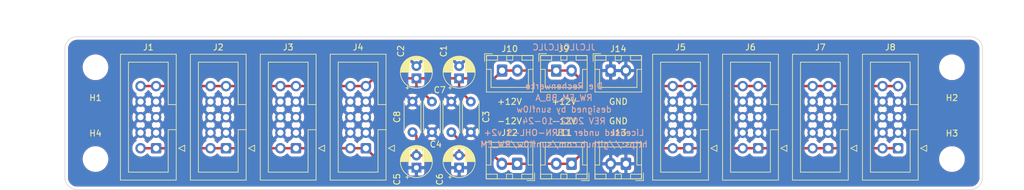
<source format=kicad_pcb>
(kicad_pcb (version 20211014) (generator pcbnew)
  (title_block (title "RW_EM_BB_A") (date "2022-10-24") (rev "2022-10-24") (comment 1 "Licensed under CERN-OHL-S v2+") (comment 2 "https://github.com/sunfl0w/RW_EM"))
  (layers (0 "F.Cu" signal) (31 "B.Cu" signal) (34 "B.Paste" user) (35 "F.Paste" user) (36 "B.SilkS" user "B.Silkscreen") (37 "F.SilkS" user "F.Silkscreen") (38 "B.Mask" user) (39 "F.Mask" user) (44 "Edge.Cuts" user))
  (net 0 "")
  (net 1 "-12V")
  (net 2 "GND")
  (net 3 "+12V")
  (footprint "MountingHole:MountingHole_3.2mm_M3" (layer "F.Cu") (at 172 89)
    (fp_text reference "H2" (at 0 5) (layer "F.SilkS"))
    (fp_text value "MountingHole")
    (pad "" np_thru_hole circle (at 0 0) (size 3.2 3.2) (drill 3.2) (layers *.Cu *.Mask))
  )
  (footprint "Connector_JST:JST_XH_B2B-XH-A_1x02_P2.50mm_Vertical" (layer "F.Cu") (at 116.205 89.535)
    (fp_text reference "J14" (at 1.25 -3.55) (layer "F.SilkS"))
    (fp_text value "DC_GND_JST")
    (pad "1" thru_hole roundrect (at 0 0) (size 1.7 2) (drill 1) (layers *.Cu *.Mask) (roundrect_rratio 0.1470588235) (net 2 "GND"))
    (pad "2" thru_hole oval (at 2.5 0) (size 1.7 2) (drill 1) (layers *.Cu *.Mask) (net 2 "GND"))
  )
  (footprint "Capacitor_THT:C_Disc_D5.0mm_W2.5mm_P5.00mm" (layer "F.Cu") (at 93.345 94.615 -90)
    (fp_text reference "C3" (at 2.5 -2.5 90) (layer "F.SilkS"))
    (fp_text value "100nF")
    (pad "1" thru_hole circle (at 0 0 270) (size 1.6 1.6) (drill 0.8) (layers *.Cu *.Mask) (net 3 "+12V"))
    (pad "2" thru_hole circle (at 5 0 270) (size 1.6 1.6) (drill 0.8) (layers *.Cu *.Mask) (net 2 "GND"))
  )
  (footprint "Connector_IDC:IDC-Header_2x05_P2.54mm_Vertical" (layer "F.Cu") (at 151.765 102.235 180)
    (fp_text reference "J7" (at 1.27 16.51) (layer "F.SilkS"))
    (fp_text value "IDC_02x05")
    (pad "1" thru_hole roundrect (at 0 0 180) (size 1.7 1.7) (drill 1) (layers *.Cu *.Mask) (roundrect_rratio 0.1470588235) (net 1 "-12V"))
    (pad "2" thru_hole circle (at 2.54 0 180) (size 1.7 1.7) (drill 1) (layers *.Cu *.Mask) (net 1 "-12V"))
    (pad "3" thru_hole circle (at 0 2.54 180) (size 1.7 1.7) (drill 1) (layers *.Cu *.Mask) (net 2 "GND"))
    (pad "4" thru_hole circle (at 2.54 2.54 180) (size 1.7 1.7) (drill 1) (layers *.Cu *.Mask) (net 2 "GND"))
    (pad "5" thru_hole circle (at 0 5.08 180) (size 1.7 1.7) (drill 1) (layers *.Cu *.Mask) (net 2 "GND"))
    (pad "6" thru_hole circle (at 2.54 5.08 180) (size 1.7 1.7) (drill 1) (layers *.Cu *.Mask) (net 2 "GND"))
    (pad "7" thru_hole circle (at 0 7.62 180) (size 1.7 1.7) (drill 1) (layers *.Cu *.Mask) (net 2 "GND"))
    (pad "8" thru_hole circle (at 2.54 7.62 180) (size 1.7 1.7) (drill 1) (layers *.Cu *.Mask) (net 2 "GND"))
    (pad "9" thru_hole circle (at 0 10.16 180) (size 1.7 1.7) (drill 1) (layers *.Cu *.Mask) (net 3 "+12V"))
    (pad "10" thru_hole circle (at 2.54 10.16 180) (size 1.7 1.7) (drill 1) (layers *.Cu *.Mask) (net 3 "+12V"))
  )
  (footprint "Connector_IDC:IDC-Header_2x05_P2.54mm_Vertical" (layer "F.Cu") (at 128.905 102.235 180)
    (fp_text reference "J5" (at 1.27 16.51) (layer "F.SilkS"))
    (fp_text value "IDC_02x05")
    (pad "1" thru_hole roundrect (at 0 0 180) (size 1.7 1.7) (drill 1) (layers *.Cu *.Mask) (roundrect_rratio 0.1470588235) (net 1 "-12V"))
    (pad "2" thru_hole circle (at 2.54 0 180) (size 1.7 1.7) (drill 1) (layers *.Cu *.Mask) (net 1 "-12V"))
    (pad "3" thru_hole circle (at 0 2.54 180) (size 1.7 1.7) (drill 1) (layers *.Cu *.Mask) (net 2 "GND"))
    (pad "4" thru_hole circle (at 2.54 2.54 180) (size 1.7 1.7) (drill 1) (layers *.Cu *.Mask) (net 2 "GND"))
    (pad "5" thru_hole circle (at 0 5.08 180) (size 1.7 1.7) (drill 1) (layers *.Cu *.Mask) (net 2 "GND"))
    (pad "6" thru_hole circle (at 2.54 5.08 180) (size 1.7 1.7) (drill 1) (layers *.Cu *.Mask) (net 2 "GND"))
    (pad "7" thru_hole circle (at 0 7.62 180) (size 1.7 1.7) (drill 1) (layers *.Cu *.Mask) (net 2 "GND"))
    (pad "8" thru_hole circle (at 2.54 7.62 180) (size 1.7 1.7) (drill 1) (layers *.Cu *.Mask) (net 2 "GND"))
    (pad "9" thru_hole circle (at 0 10.16 180) (size 1.7 1.7) (drill 1) (layers *.Cu *.Mask) (net 3 "+12V"))
    (pad "10" thru_hole circle (at 2.54 10.16 180) (size 1.7 1.7) (drill 1) (layers *.Cu *.Mask) (net 3 "+12V"))
  )
  (footprint "Capacitor_THT:C_Disc_D5.0mm_W2.5mm_P5.00mm" (layer "F.Cu") (at 90.17 94.615 -90)
    (fp_text reference "C7" (at -1.905 1.905 180) (layer "F.SilkS"))
    (fp_text value "100nF")
    (pad "1" thru_hole circle (at 0 0 270) (size 1.6 1.6) (drill 0.8) (layers *.Cu *.Mask) (net 2 "GND"))
    (pad "2" thru_hole circle (at 5 0 270) (size 1.6 1.6) (drill 0.8) (layers *.Cu *.Mask) (net 1 "-12V"))
  )
  (footprint "Capacitor_THT:CP_Radial_D5.0mm_P2.00mm" (layer "F.Cu") (at 84.455 105.41 90)
    (fp_text reference "C5" (at -1.905 -3.175 90) (layer "F.SilkS"))
    (fp_text value "47uF")
    (pad "1" thru_hole rect (at 0 0 90) (size 1.6 1.6) (drill 0.8) (layers *.Cu *.Mask) (net 2 "GND"))
    (pad "2" thru_hole circle (at 2 0 90) (size 1.6 1.6) (drill 0.8) (layers *.Cu *.Mask) (net 1 "-12V"))
  )
  (footprint "Connector_JST:JST_XH_B2B-XH-A_1x02_P2.50mm_Vertical" (layer "F.Cu") (at 109.815 104.775 180)
    (fp_text reference "J11" (at 1.25 5.08) (layer "F.SilkS"))
    (fp_text value "DC_-12V_JST")
    (pad "1" thru_hole roundrect (at 0 0 180) (size 1.7 2) (drill 1) (layers *.Cu *.Mask) (roundrect_rratio 0.1470588235) (net 1 "-12V"))
    (pad "2" thru_hole oval (at 2.5 0 180) (size 1.7 2) (drill 1) (layers *.Cu *.Mask) (net 1 "-12V"))
  )
  (footprint "Capacitor_THT:C_Disc_D5.0mm_W2.5mm_P5.00mm" (layer "F.Cu") (at 86.995 94.615 -90)
    (fp_text reference "C4" (at 6.985 -0.635 180) (layer "F.SilkS"))
    (fp_text value "100nF")
    (pad "1" thru_hole circle (at 0 0 270) (size 1.6 1.6) (drill 0.8) (layers *.Cu *.Mask) (net 3 "+12V"))
    (pad "2" thru_hole circle (at 5 0 270) (size 1.6 1.6) (drill 0.8) (layers *.Cu *.Mask) (net 2 "GND"))
  )
  (footprint "MountingHole:MountingHole_3.2mm_M3" (layer "F.Cu") (at 172 104)
    (fp_text reference "H3" (at 0 -4.2) (layer "F.SilkS"))
    (fp_text value "MountingHole")
    (pad "" np_thru_hole circle (at 0 0) (size 3.2 3.2) (drill 3.2) (layers *.Cu *.Mask))
  )
  (footprint "MountingHole:MountingHole_3.2mm_M3" (layer "F.Cu") (at 32 104)
    (fp_text reference "H4" (at 0 -4.2) (layer "F.SilkS"))
    (fp_text value "MountingHole")
    (pad "" np_thru_hole circle (at 0 0) (size 3.2 3.2) (drill 3.2) (layers *.Cu *.Mask))
  )
  (footprint "Capacitor_THT:CP_Radial_D5.0mm_P2.00mm" (layer "F.Cu") (at 91.44 105.41 90)
    (fp_text reference "C6" (at -1.905 -3.175 90) (layer "F.SilkS"))
    (fp_text value "47uF")
    (pad "1" thru_hole rect (at 0 0 90) (size 1.6 1.6) (drill 0.8) (layers *.Cu *.Mask) (net 2 "GND"))
    (pad "2" thru_hole circle (at 2 0 90) (size 1.6 1.6) (drill 0.8) (layers *.Cu *.Mask) (net 1 "-12V"))
  )
  (footprint "Connector_IDC:IDC-Header_2x05_P2.54mm_Vertical" (layer "F.Cu") (at 64.77 102.235 180)
    (fp_text reference "J3" (at 1.27 16.51) (layer "F.SilkS"))
    (fp_text value "IDC_02x05")
    (pad "1" thru_hole roundrect (at 0 0 180) (size 1.7 1.7) (drill 1) (layers *.Cu *.Mask) (roundrect_rratio 0.1470588235) (net 1 "-12V"))
    (pad "2" thru_hole circle (at 2.54 0 180) (size 1.7 1.7) (drill 1) (layers *.Cu *.Mask) (net 1 "-12V"))
    (pad "3" thru_hole circle (at 0 2.54 180) (size 1.7 1.7) (drill 1) (layers *.Cu *.Mask) (net 2 "GND"))
    (pad "4" thru_hole circle (at 2.54 2.54 180) (size 1.7 1.7) (drill 1) (layers *.Cu *.Mask) (net 2 "GND"))
    (pad "5" thru_hole circle (at 0 5.08 180) (size 1.7 1.7) (drill 1) (layers *.Cu *.Mask) (net 2 "GND"))
    (pad "6" thru_hole circle (at 2.54 5.08 180) (size 1.7 1.7) (drill 1) (layers *.Cu *.Mask) (net 2 "GND"))
    (pad "7" thru_hole circle (at 0 7.62 180) (size 1.7 1.7) (drill 1) (layers *.Cu *.Mask) (net 2 "GND"))
    (pad "8" thru_hole circle (at 2.54 7.62 180) (size 1.7 1.7) (drill 1) (layers *.Cu *.Mask) (net 2 "GND"))
    (pad "9" thru_hole circle (at 0 10.16 180) (size 1.7 1.7) (drill 1) (layers *.Cu *.Mask) (net 3 "+12V"))
    (pad "10" thru_hole circle (at 2.54 10.16 180) (size 1.7 1.7) (drill 1) (layers *.Cu *.Mask) (net 3 "+12V"))
  )
  (footprint "MountingHole:MountingHole_3.2mm_M3" (layer "F.Cu") (at 32 89)
    (fp_text reference "H1" (at 0 5) (layer "F.SilkS"))
    (fp_text value "MountingHole")
    (pad "" np_thru_hole circle (at 0 0) (size 3.2 3.2) (drill 3.2) (layers *.Cu *.Mask))
  )
  (footprint "Capacitor_THT:CP_Radial_D5.0mm_P2.00mm" (layer "F.Cu") (at 91.44 90.805 90)
    (fp_text reference "C1" (at 4.445 -2.54 90) (layer "F.SilkS"))
    (fp_text value "47uF")
    (pad "1" thru_hole rect (at 0 0 90) (size 1.6 1.6) (drill 0.8) (layers *.Cu *.Mask) (net 3 "+12V"))
    (pad "2" thru_hole circle (at 2 0 90) (size 1.6 1.6) (drill 0.8) (layers *.Cu *.Mask) (net 2 "GND"))
  )
  (footprint "Connector_IDC:IDC-Header_2x05_P2.54mm_Vertical" (layer "F.Cu") (at 163.195 102.235 180)
    (fp_text reference "J8" (at 1.27 16.51) (layer "F.SilkS"))
    (fp_text value "IDC_02x05")
    (pad "1" thru_hole roundrect (at 0 0 180) (size 1.7 1.7) (drill 1) (layers *.Cu *.Mask) (roundrect_rratio 0.1470588235) (net 1 "-12V"))
    (pad "2" thru_hole circle (at 2.54 0 180) (size 1.7 1.7) (drill 1) (layers *.Cu *.Mask) (net 1 "-12V"))
    (pad "3" thru_hole circle (at 0 2.54 180) (size 1.7 1.7) (drill 1) (layers *.Cu *.Mask) (net 2 "GND"))
    (pad "4" thru_hole circle (at 2.54 2.54 180) (size 1.7 1.7) (drill 1) (layers *.Cu *.Mask) (net 2 "GND"))
    (pad "5" thru_hole circle (at 0 5.08 180) (size 1.7 1.7) (drill 1) (layers *.Cu *.Mask) (net 2 "GND"))
    (pad "6" thru_hole circle (at 2.54 5.08 180) (size 1.7 1.7) (drill 1) (layers *.Cu *.Mask) (net 2 "GND"))
    (pad "7" thru_hole circle (at 0 7.62 180) (size 1.7 1.7) (drill 1) (layers *.Cu *.Mask) (net 2 "GND"))
    (pad "8" thru_hole circle (at 2.54 7.62 180) (size 1.7 1.7) (drill 1) (layers *.Cu *.Mask) (net 2 "GND"))
    (pad "9" thru_hole circle (at 0 10.16 180) (size 1.7 1.7) (drill 1) (layers *.Cu *.Mask) (net 3 "+12V"))
    (pad "10" thru_hole circle (at 2.54 10.16 180) (size 1.7 1.7) (drill 1) (layers *.Cu *.Mask) (net 3 "+12V"))
  )
  (footprint "Connector_IDC:IDC-Header_2x05_P2.54mm_Vertical" (layer "F.Cu") (at 140.335 102.235 180)
    (fp_text reference "J6" (at 1.27 16.51) (layer "F.SilkS"))
    (fp_text value "IDC_02x05")
    (pad "1" thru_hole roundrect (at 0 0 180) (size 1.7 1.7) (drill 1) (layers *.Cu *.Mask) (roundrect_rratio 0.1470588235) (net 1 "-12V"))
    (pad "2" thru_hole circle (at 2.54 0 180) (size 1.7 1.7) (drill 1) (layers *.Cu *.Mask) (net 1 "-12V"))
    (pad "3" thru_hole circle (at 0 2.54 180) (size 1.7 1.7) (drill 1) (layers *.Cu *.Mask) (net 2 "GND"))
    (pad "4" thru_hole circle (at 2.54 2.54 180) (size 1.7 1.7) (drill 1) (layers *.Cu *.Mask) (net 2 "GND"))
    (pad "5" thru_hole circle (at 0 5.08 180) (size 1.7 1.7) (drill 1) (layers *.Cu *.Mask) (net 2 "GND"))
    (pad "6" thru_hole circle (at 2.54 5.08 180) (size 1.7 1.7) (drill 1) (layers *.Cu *.Mask) (net 2 "GND"))
    (pad "7" thru_hole circle (at 0 7.62 180) (size 1.7 1.7) (drill 1) (layers *.Cu *.Mask) (net 2 "GND"))
    (pad "8" thru_hole circle (at 2.54 7.62 180) (size 1.7 1.7) (drill 1) (layers *.Cu *.Mask) (net 2 "GND"))
    (pad "9" thru_hole circle (at 0 10.16 180) (size 1.7 1.7) (drill 1) (layers *.Cu *.Mask) (net 3 "+12V"))
    (pad "10" thru_hole circle (at 2.54 10.16 180) (size 1.7 1.7) (drill 1) (layers *.Cu *.Mask) (net 3 "+12V"))
  )
  (footprint "Capacitor_THT:C_Disc_D5.0mm_W2.5mm_P5.00mm" (layer "F.Cu") (at 83.82 94.615 -90)
    (fp_text reference "C8" (at 2.5 2.54 -90) (layer "F.SilkS"))
    (fp_text value "100nF")
    (pad "1" thru_hole circle (at 0 0 270) (size 1.6 1.6) (drill 0.8) (layers *.Cu *.Mask) (net 2 "GND"))
    (pad "2" thru_hole circle (at 5 0 270) (size 1.6 1.6) (drill 0.8) (layers *.Cu *.Mask) (net 1 "-12V"))
  )
  (footprint "Connector_JST:JST_XH_B2B-XH-A_1x02_P2.50mm_Vertical" (layer "F.Cu") (at 118.705 104.775 180)
    (fp_text reference "J13" (at 1.23 5.08) (layer "F.SilkS"))
    (fp_text value "DC_GND_JST")
    (pad "1" thru_hole roundrect (at 0 0 180) (size 1.7 2) (drill 1) (layers *.Cu *.Mask) (roundrect_rratio 0.1470588235) (net 2 "GND"))
    (pad "2" thru_hole oval (at 2.5 0 180) (size 1.7 2) (drill 1) (layers *.Cu *.Mask) (net 2 "GND"))
  )
  (footprint "Connector_JST:JST_XH_B2B-XH-A_1x02_P2.50mm_Vertical" (layer "F.Cu") (at 107.315 89.535)
    (fp_text reference "J9" (at 1.25 -3.55) (layer "F.SilkS"))
    (fp_text value "DC_+12V_JST")
    (pad "1" thru_hole roundrect (at 0 0) (size 1.7 2) (drill 1) (layers *.Cu *.Mask) (roundrect_rratio 0.1470588235) (net 3 "+12V"))
    (pad "2" thru_hole oval (at 2.5 0) (size 1.7 2) (drill 1) (layers *.Cu *.Mask) (net 3 "+12V"))
  )
  (footprint "Connector_IDC:IDC-Header_2x05_P2.54mm_Vertical" (layer "F.Cu") (at 53.34 102.235 180)
    (fp_text reference "J2" (at 1.27 16.51) (layer "F.SilkS"))
    (fp_text value "IDC_02x05")
    (pad "1" thru_hole roundrect (at 0 0 180) (size 1.7 1.7) (drill 1) (layers *.Cu *.Mask) (roundrect_rratio 0.1470588235) (net 1 "-12V"))
    (pad "2" thru_hole circle (at 2.54 0 180) (size 1.7 1.7) (drill 1) (layers *.Cu *.Mask) (net 1 "-12V"))
    (pad "3" thru_hole circle (at 0 2.54 180) (size 1.7 1.7) (drill 1) (layers *.Cu *.Mask) (net 2 "GND"))
    (pad "4" thru_hole circle (at 2.54 2.54 180) (size 1.7 1.7) (drill 1) (layers *.Cu *.Mask) (net 2 "GND"))
    (pad "5" thru_hole circle (at 0 5.08 180) (size 1.7 1.7) (drill 1) (layers *.Cu *.Mask) (net 2 "GND"))
    (pad "6" thru_hole circle (at 2.54 5.08 180) (size 1.7 1.7) (drill 1) (layers *.Cu *.Mask) (net 2 "GND"))
    (pad "7" thru_hole circle (at 0 7.62 180) (size 1.7 1.7) (drill 1) (layers *.Cu *.Mask) (net 2 "GND"))
    (pad "8" thru_hole circle (at 2.54 7.62 180) (size 1.7 1.7) (drill 1) (layers *.Cu *.Mask) (net 2 "GND"))
    (pad "9" thru_hole circle (at 0 10.16 180) (size 1.7 1.7) (drill 1) (layers *.Cu *.Mask) (net 3 "+12V"))
    (pad "10" thru_hole circle (at 2.54 10.16 180) (size 1.7 1.7) (drill 1) (layers *.Cu *.Mask) (net 3 "+12V"))
  )
  (footprint "Capacitor_THT:CP_Radial_D5.0mm_P2.00mm" (layer "F.Cu") (at 84.455 90.805 90)
    (fp_text reference "C2" (at 4.445 -2.54 90) (layer "F.SilkS"))
    (fp_text value "47uF")
    (pad "1" thru_hole rect (at 0 0 90) (size 1.6 1.6) (drill 0.8) (layers *.Cu *.Mask) (net 3 "+12V"))
    (pad "2" thru_hole circle (at 2 0 90) (size 1.6 1.6) (drill 0.8) (layers *.Cu *.Mask) (net 2 "GND"))
  )
  (footprint "Connector_IDC:IDC-Header_2x05_P2.54mm_Vertical" (layer "F.Cu") (at 41.91 102.235 180)
    (fp_text reference "J1" (at 1.27 16.51) (layer "F.SilkS"))
    (fp_text value "IDC_02x05")
    (pad "1" thru_hole roundrect (at 0 0 180) (size 1.7 1.7) (drill 1) (layers *.Cu *.Mask) (roundrect_rratio 0.1470588235) (net 1 "-12V"))
    (pad "2" thru_hole circle (at 2.54 0 180) (size 1.7 1.7) (drill 1) (layers *.Cu *.Mask) (net 1 "-12V"))
    (pad "3" thru_hole circle (at 0 2.54 180) (size 1.7 1.7) (drill 1) (layers *.Cu *.Mask) (net 2 "GND"))
    (pad "4" thru_hole circle (at 2.54 2.54 180) (size 1.7 1.7) (drill 1) (layers *.Cu *.Mask) (net 2 "GND"))
    (pad "5" thru_hole circle (at 0 5.08 180) (size 1.7 1.7) (drill 1) (layers *.Cu *.Mask) (net 2 "GND"))
    (pad "6" thru_hole circle (at 2.54 5.08 180) (size 1.7 1.7) (drill 1) (layers *.Cu *.Mask) (net 2 "GND"))
    (pad "7" thru_hole circle (at 0 7.62 180) (size 1.7 1.7) (drill 1) (layers *.Cu *.Mask) (net 2 "GND"))
    (pad "8" thru_hole circle (at 2.54 7.62 180) (size 1.7 1.7) (drill 1) (layers *.Cu *.Mask) (net 2 "GND"))
    (pad "9" thru_hole circle (at 0 10.16 180) (size 1.7 1.7) (drill 1) (layers *.Cu *.Mask) (net 3 "+12V"))
    (pad "10" thru_hole circle (at 2.54 10.16 180) (size 1.7 1.7) (drill 1) (layers *.Cu *.Mask) (net 3 "+12V"))
  )
  (footprint "Connector_JST:JST_XH_B2B-XH-A_1x02_P2.50mm_Vertical" (layer "F.Cu") (at 98.465 89.535)
    (fp_text reference "J10" (at 1.25 -3.55) (layer "F.SilkS"))
    (fp_text value "DC_+12V_JST")
    (pad "1" thru_hole roundrect (at 0 0) (size 1.7 2) (drill 1) (layers *.Cu *.Mask) (roundrect_rratio 0.1470588235) (net 3 "+12V"))
    (pad "2" thru_hole oval (at 2.5 0) (size 1.7 2) (drill 1) (layers *.Cu *.Mask) (net 3 "+12V"))
  )
  (footprint "Connector_JST:JST_XH_B2B-XH-A_1x02_P2.50mm_Vertical" (layer "F.Cu") (at 100.925 104.775 180)
    (fp_text reference "J12" (at 1.25 5.08) (layer "F.SilkS"))
    (fp_text value "DC_-12V_JST")
    (pad "1" thru_hole roundrect (at 0 0 180) (size 1.7 2) (drill 1) (layers *.Cu *.Mask) (roundrect_rratio 0.1470588235) (net 1 "-12V"))
    (pad "2" thru_hole oval (at 2.5 0 180) (size 1.7 2) (drill 1) (layers *.Cu *.Mask) (net 1 "-12V"))
  )
  (footprint "Connector_IDC:IDC-Header_2x05_P2.54mm_Vertical" (layer "F.Cu") (at 76.2 102.235 180)
    (fp_text reference "J4" (at 1.27 16.51) (layer "F.SilkS"))
    (fp_text value "IDC_02x05")
    (pad "1" thru_hole roundrect (at 0 0 180) (size 1.7 1.7) (drill 1) (layers *.Cu *.Mask) (roundrect_rratio 0.1470588235) (net 1 "-12V"))
    (pad "2" thru_hole circle (at 2.54 0 180) (size 1.7 1.7) (drill 1) (layers *.Cu *.Mask) (net 1 "-12V"))
    (pad "3" thru_hole circle (at 0 2.54 180) (size 1.7 1.7) (drill 1) (layers *.Cu *.Mask) (net 2 "GND"))
    (pad "4" thru_hole circle (at 2.54 2.54 180) (size 1.7 1.7) (drill 1) (layers *.Cu *.Mask) (net 2 "GND"))
    (pad "5" thru_hole circle (at 0 5.08 180) (size 1.7 1.7) (drill 1) (layers *.Cu *.Mask) (net 2 "GND"))
    (pad "6" thru_hole circle (at 2.54 5.08 180) (size 1.7 1.7) (drill 1) (layers *.Cu *.Mask) (net 2 "GND"))
    (pad "7" thru_hole circle (at 0 7.62 180) (size 1.7 1.7) (drill 1) (layers *.Cu *.Mask) (net 2 "GND"))
    (pad "8" thru_hole circle (at 2.54 7.62 180) (size 1.7 1.7) (drill 1) (layers *.Cu *.Mask) (net 2 "GND"))
    (pad "9" thru_hole circle (at 0 10.16 180) (size 1.7 1.7) (drill 1) (layers *.Cu *.Mask) (net 3 "+12V"))
    (pad "10" thru_hole circle (at 2.54 10.16 180) (size 1.7 1.7) (drill 1) (layers *.Cu *.Mask) (net 3 "+12V"))
  )
  (gr_arc (start 177 107) (mid 176.414214 108.414214) (end 175 109) (layer "Edge.Cuts") (width 0.1))
  (gr_arc (start 175 84) (mid 176.414214 84.585786) (end 177 86) (layer "Edge.Cuts") (width 0.1))
  (gr_arc (start 29 109) (mid 27.585786 108.414214) (end 27 107) (layer "Edge.Cuts") (width 0.1))
  (gr_line (start 175 109) (end 29 109) (layer "Edge.Cuts") (width 0.1))
  (gr_line (start 29 84) (end 175 84) (layer "Edge.Cuts") (width 0.1))
  (gr_line (start 27 107) (end 27 86) (layer "Edge.Cuts") (width 0.1))
  (gr_line (start 177 86) (end 177 107) (layer "Edge.Cuts") (width 0.1))
  (gr_arc (start 27 86) (mid 27.585786 84.585786) (end 29 84) (layer "Edge.Cuts") (width 0.1))
  (gr_text "Licensed under CERN-OHL-S v2+" (at 108.585 99.695) (layer "B.SilkS") (effects (font (size 1 1) (thickness 0.16)) (justify mirror)))
  (gr_text "https://github.com/sunfl0w/RW_EM" (at 108.585 101.6) (layer "B.SilkS") (effects (font (size 1 1) (thickness 0.16)) (justify mirror)))
  (gr_text "JLCJLCJLCJLC" (at 108.585 85.725) (layer "B.SilkS") (effects (font (size 1 1)) (justify mirror)))
  (gr_text "Die Rechenwerke" (at 108.585 92.075) (layer "B.SilkS") (effects (font (size 1 1)) (justify mirror)))
  (gr_text "RW_EM_BB_A" (at 108.585 93.98) (layer "B.SilkS") (effects (font (size 1 1)) (justify mirror)))
  (gr_text "REV 2022-10-24" (at 108.585 97.79) (layer "B.SilkS") (effects (font (size 1 1)) (justify mirror)))
  (gr_text "designed by sunfl0w" (at 108.585 95.885) (layer "B.SilkS") (effects (font (size 1 1)) (justify mirror)))
  (gr_text "+12V" (at 108.585 94.615) (layer "F.SilkS") (effects (font (size 1 1))))
  (gr_text "GND" (at 117.475 97.79) (layer "F.SilkS") (effects (font (size 1 1))))
  (gr_text "-12V" (at 108.585 97.79) (layer "F.SilkS") (effects (font (size 1 1))))
  (gr_text "GND" (at 117.475 94.615) (layer "F.SilkS") (effects (font (size 1 1))))
  (gr_text "+12V" (at 99.695 94.615) (layer "F.SilkS") (effects (font (size 1 1))))
  (gr_text "-12V" (at 99.695 97.79) (layer "F.SilkS") (effects (font (size 1 1))))
  (segment (start 151.765 102.235) (end 149.225 102.235) (width 0.4) (layer "F.Cu") (net 1))
  (segment (start 76.2 102.235) (end 77.375 103.41) (width 0.4) (layer "F.Cu") (net 1))
  (segment (start 112.355 102.235) (end 109.815 104.775) (width 0.4) (layer "F.Cu") (net 1))
  (segment (start 100.925 104.775) (end 107.315 104.775) (width 0.4) (layer "F.Cu") (net 1))
  (segment (start 126.365 102.235) (end 112.355 102.235) (width 0.4) (layer "F.Cu") (net 1))
  (segment (start 84.455 100.25) (end 83.82 99.615) (width 0.4) (layer "F.Cu") (net 1))
  (segment (start 39.37 102.235) (end 41.91 102.235) (width 0.4) (layer "F.Cu") (net 1))
  (segment (start 62.23 102.235) (end 64.77 102.235) (width 0.4) (layer "F.Cu") (net 1))
  (segment (start 41.91 102.235) (end 50.8 102.235) (width 0.4) (layer "F.Cu") (net 1))
  (segment (start 100.925 104.775) (end 98.425 104.775) (width 0.4) (layer "F.Cu") (net 1))
  (segment (start 128.905 102.235) (end 126.365 102.235) (width 0.4) (layer "F.Cu") (net 1))
  (segment (start 64.77 102.235) (end 73.66 102.235) (width 0.4) (layer "F.Cu") (net 1))
  (segment (start 50.8 102.235) (end 53.34 102.235) (width 0.4) (layer "F.Cu") (net 1))
  (segment (start 84.455 103.41) (end 84.455 100.25) (width 0.4) (layer "F.Cu") (net 1))
  (segment (start 91.44 100.885) (end 90.17 99.615) (width 0.4) (layer "F.Cu") (net 1))
  (segment (start 97.06 103.41) (end 98.425 104.775) (width 0.4) (layer "F.Cu") (net 1))
  (segment (start 77.375 103.41) (end 84.455 103.41) (width 0.4) (layer "F.Cu") (net 1))
  (segment (start 84.455 103.41) (end 91.44 103.41) (width 0.4) (layer "F.Cu") (net 1))
  (segment (start 109.815 104.775) (end 107.315 104.775) (width 0.4) (layer "F.Cu") (net 1))
  (segment (start 163.195 102.235) (end 160.655 102.235) (width 0.4) (layer "F.Cu") (net 1))
  (segment (start 91.44 103.41) (end 97.06 103.41) (width 0.4) (layer "F.Cu") (net 1))
  (segment (start 53.34 102.235) (end 62.23 102.235) (width 0.4) (layer "F.Cu") (net 1))
  (segment (start 140.335 102.235) (end 137.795 102.235) (width 0.4) (layer "F.Cu") (net 1))
  (segment (start 137.795 102.235) (end 128.905 102.235) (width 0.4) (layer "F.Cu") (net 1))
  (segment (start 149.225 102.235) (end 140.335 102.235) (width 0.4) (layer "F.Cu") (net 1))
  (segment (start 73.66 102.235) (end 76.2 102.235) (width 0.4) (layer "F.Cu") (net 1))
  (segment (start 160.655 102.235) (end 151.765 102.235) (width 0.4) (layer "F.Cu") (net 1))
  (segment (start 91.44 103.41) (end 91.44 100.885) (width 0.4) (layer "F.Cu") (net 1))
  (segment (start 100.965 89.535) (end 107.315 89.535) (width 0.4) (layer "F.Cu") (net 3))
  (segment (start 98.465 89.535) (end 100.965 89.535) (width 0.4) (layer "F.Cu") (net 3))
  (segment (start 91.44 92.71) (end 93.345 94.615) (width 0.4) (layer "F.Cu") (net 3))
  (segment (start 77.47 90.805) (end 76.2 92.075) (width 0.4) (layer "F.Cu") (net 3))
  (segment (start 64.77 92.075) (end 73.66 92.075) (width 0.4) (layer "F.Cu") (net 3))
  (segment (start 73.66 92.075) (end 76.2 92.075) (width 0.4) (layer "F.Cu") (net 3))
  (segment (start 137.795 92.075) (end 140.335 92.075) (width 0.4) (layer "F.Cu") (net 3))
  (segment (start 41.91 92.075) (end 50.8 92.075) (width 0.4) (layer "F.Cu") (net 3))
  (segment (start 91.44 90.805) (end 91.44 92.71) (width 0.4) (layer "F.Cu") (net 3))
  (segment (start 128.905 92.075) (end 137.795 92.075) (width 0.4) (layer "F.Cu") (net 3))
  (segment (start 126.365 92.075) (end 112.355 92.075) (width 0.4) (layer "F.Cu") (net 3))
  (segment (start 50.8 92.075) (end 53.34 92.075) (width 0.4) (layer "F.Cu") (net 3))
  (segment (start 84.455 90.805) (end 77.47 90.805) (width 0.4) (layer "F.Cu") (net 3))
  (segment (start 91.44 90.805) (end 97.195 90.805) (width 0.4) (layer "F.Cu") (net 3))
  (segment (start 39.37 92.075) (end 41.91 92.075) (width 0.4) (layer "F.Cu") (net 3))
  (segment (start 84.455 90.805) (end 84.455 92.075) (width 0.4) (layer "F.Cu") (net 3))
  (segment (start 62.23 92.075) (end 64.77 92.075) (width 0.4) (layer "F.Cu") (net 3))
  (segment (start 84.455 92.075) (end 86.995 94.615) (width 0.4) (layer "F.Cu") (net 3))
  (segment (start 126.365 92.075) (end 128.905 92.075) (width 0.4) (layer "F.Cu") (net 3))
  (segment (start 140.335 92.075) (end 149.225 92.075) (width 0.4) (layer "F.Cu") (net 3))
  (segment (start 84.455 90.805) (end 91.44 90.805) (width 0.4) (layer "F.Cu") (net 3))
  (segment (start 97.195 90.805) (end 98.465 89.535) (width 0.4) (layer "F.Cu") (net 3))
  (segment (start 107.315 89.535) (end 109.815 89.535) (width 0.4) (layer "F.Cu") (net 3))
  (segment (start 149.225 92.075) (end 151.765 92.075) (width 0.4) (layer "F.Cu") (net 3))
  (segment (start 112.355 92.075) (end 109.815 89.535) (width 0.4) (layer "F.Cu") (net 3))
  (segment (start 151.765 92.075) (end 160.655 92.075) (width 0.4) (layer "F.Cu") (net 3))
  (segment (start 160.655 92.075) (end 163.195 92.075) (width 0.4) (layer "F.Cu") (net 3))
  (segment (start 53.34 92.075) (end 62.23 92.075) (width 0.4) (layer "F.Cu") (net 3))
  (zone (net 2) (net_name "GND") (layer "F.Cu") (connect_pads (clearance 0.508)) (min_thickness 0.254) (fill yes (thermal_gap 0.508) (thermal_bridge_width 0.508))
    (polygon (pts (xy 177 109) (xy 27 109) (xy 27 84) (xy 177 84)))
  )
  (zone (net 2) (net_name "GND") (layer "B.Cu") (connect_pads (clearance 0.508)) (min_thickness 0.254) (fill yes (thermal_gap 0.508) (thermal_bridge_width 0.508))
    (polygon (pts (xy 177 109) (xy 27 109) (xy 27 84) (xy 177 84)))
  )
)
</source>
